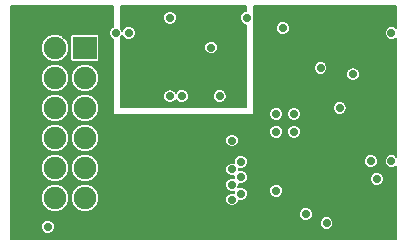
<source format=gbr>
G04 #@! TF.GenerationSoftware,KiCad,Pcbnew,5.0.2*
G04 #@! TF.CreationDate,2020-07-22T00:18:21+02:00*
G04 #@! TF.ProjectId,pmod-wifi-esp32,706d6f64-2d77-4696-9669-2d6573703332,1*
G04 #@! TF.SameCoordinates,Original*
G04 #@! TF.FileFunction,Copper,L3,Inr*
G04 #@! TF.FilePolarity,Positive*
%FSLAX46Y46*%
G04 Gerber Fmt 4.6, Leading zero omitted, Abs format (unit mm)*
G04 Created by KiCad (PCBNEW 5.0.2) date mer. 22 juil. 2020 00:18:21 CEST*
%MOMM*%
%LPD*%
G01*
G04 APERTURE LIST*
G04 #@! TA.AperFunction,ViaPad*
%ADD10R,2.000000X1.900000*%
G04 #@! TD*
G04 #@! TA.AperFunction,ViaPad*
%ADD11C,1.900000*%
G04 #@! TD*
G04 #@! TA.AperFunction,ViaPad*
%ADD12C,0.711200*%
G04 #@! TD*
G04 #@! TA.AperFunction,Conductor*
%ADD13C,0.406400*%
G04 #@! TD*
G04 #@! TA.AperFunction,Conductor*
%ADD14C,0.304800*%
G04 #@! TD*
G04 #@! TA.AperFunction,Conductor*
%ADD15C,0.203200*%
G04 #@! TD*
G04 #@! TA.AperFunction,Conductor*
%ADD16C,0.152400*%
G04 #@! TD*
G04 APERTURE END LIST*
D10*
G04 #@! TO.N,PMOD_CTS*
G04 #@! TO.C,P1*
X136040000Y-98650000D03*
D11*
G04 #@! TO.N,PMOD_TXD*
X136040000Y-101190000D03*
G04 #@! TO.N,PMOD_RXD*
X136040000Y-103730000D03*
G04 #@! TO.N,PMOD_RTS*
X136040000Y-106270000D03*
G04 #@! TO.N,GND*
X136040000Y-108810000D03*
G04 #@! TO.N,VCC*
X136040000Y-111350000D03*
G04 #@! TO.N,PMOD_IRQ*
X133500000Y-98650000D03*
G04 #@! TO.N,PMOD_RST*
X133500000Y-101190000D03*
G04 #@! TO.N,Net-(P1-Pad9)*
X133500000Y-103730000D03*
G04 #@! TO.N,Net-(P1-Pad10)*
X133500000Y-106270000D03*
G04 #@! TO.N,GND*
X133500000Y-108810000D03*
G04 #@! TO.N,VCC*
X133500000Y-111350000D03*
G04 #@! TD*
D12*
G04 #@! TO.N,GND*
X152250000Y-110750000D03*
X154750000Y-112750000D03*
X156500000Y-113500000D03*
X160750000Y-109750000D03*
X160250000Y-108260000D03*
X162000000Y-108260000D03*
X149250000Y-111000000D03*
X157610000Y-103750000D03*
X158740000Y-100900000D03*
X149750000Y-96100000D03*
X132900000Y-113800000D03*
X139750000Y-97390000D03*
X152800000Y-97000000D03*
X162000000Y-97400000D03*
X152250000Y-104250000D03*
X152250000Y-105750000D03*
X153750000Y-104250000D03*
X153750000Y-105750000D03*
G04 #@! TO.N,PMOD_CTS*
X148500000Y-108950000D03*
G04 #@! TO.N,PMOD_TXD*
X149250000Y-109600000D03*
G04 #@! TO.N,PMOD_RXD*
X148500000Y-110250000D03*
G04 #@! TO.N,PMOD_RTS*
X149250000Y-108300000D03*
X148500000Y-111500000D03*
G04 #@! TO.N,PMOD_RST*
X156000000Y-100350000D03*
X138640000Y-97390000D03*
G04 #@! TO.N,+3.3V*
X154630000Y-109370000D03*
X152900000Y-109370000D03*
X148500000Y-107630000D03*
X160260000Y-100900000D03*
X157250000Y-100350000D03*
X139750000Y-113750000D03*
X140750000Y-113740000D03*
X152800000Y-100500000D03*
X157250000Y-107500000D03*
G04 #@! TO.N,+VMEM*
X149000000Y-102750000D03*
X141750000Y-101160000D03*
G04 #@! TO.N,FL_D3*
X147450000Y-102750000D03*
X144250000Y-102750000D03*
G04 #@! TO.N,FL_D0*
X143250000Y-102760000D03*
X143250000Y-96100000D03*
G04 #@! TO.N,FL_D1*
X148500000Y-106500000D03*
X146750000Y-98630000D03*
G04 #@! TD*
D13*
G04 #@! TO.N,+3.3V*
X152900000Y-109370000D02*
X154630000Y-109370000D01*
X154630000Y-109370000D02*
X154630000Y-108540000D01*
X154630000Y-108540000D02*
X156000000Y-107170000D01*
X156000000Y-107170000D02*
X156000000Y-103000000D01*
D14*
X148500000Y-107630000D02*
X151160000Y-107630000D01*
X151160000Y-107630000D02*
X152900000Y-109370000D01*
D13*
X156000000Y-103000000D02*
X157250000Y-101750000D01*
X157250000Y-101750000D02*
X157250000Y-100350000D01*
X148500000Y-107630000D02*
X146860000Y-107630000D01*
X146860000Y-107630000D02*
X140750000Y-113740000D01*
X156000000Y-103000000D02*
X155300000Y-103000000D01*
X155300000Y-103000000D02*
X152800000Y-100500000D01*
X157250000Y-101750000D02*
X159410000Y-101750000D01*
X159410000Y-101750000D02*
X160260000Y-100900000D01*
D15*
X156000000Y-107170000D02*
X156920000Y-107170000D01*
X156920000Y-107170000D02*
X157250000Y-107500000D01*
D14*
G04 #@! TO.N,+VMEM*
X149000000Y-102750000D02*
X149000000Y-101920000D01*
X149000000Y-101920000D02*
X148240000Y-101160000D01*
X148240000Y-101160000D02*
X141750000Y-101160000D01*
G04 #@! TD*
D16*
G04 #@! TO.N,+VMEM*
G36*
X149673800Y-95515800D02*
X149633795Y-95515800D01*
X149419077Y-95604739D01*
X149254739Y-95769077D01*
X149165800Y-95983795D01*
X149165800Y-96216205D01*
X149254739Y-96430923D01*
X149419077Y-96595261D01*
X149633795Y-96684200D01*
X149673800Y-96684200D01*
X149673800Y-103673800D01*
X139076200Y-103673800D01*
X139076200Y-102643795D01*
X142665800Y-102643795D01*
X142665800Y-102876205D01*
X142754739Y-103090923D01*
X142919077Y-103255261D01*
X143133795Y-103344200D01*
X143366205Y-103344200D01*
X143580923Y-103255261D01*
X143745261Y-103090923D01*
X143752071Y-103074482D01*
X143754739Y-103080923D01*
X143919077Y-103245261D01*
X144133795Y-103334200D01*
X144366205Y-103334200D01*
X144580923Y-103245261D01*
X144745261Y-103080923D01*
X144834200Y-102866205D01*
X144834200Y-102633795D01*
X146865800Y-102633795D01*
X146865800Y-102866205D01*
X146954739Y-103080923D01*
X147119077Y-103245261D01*
X147333795Y-103334200D01*
X147566205Y-103334200D01*
X147780923Y-103245261D01*
X147945261Y-103080923D01*
X148034200Y-102866205D01*
X148034200Y-102633795D01*
X147945261Y-102419077D01*
X147780923Y-102254739D01*
X147566205Y-102165800D01*
X147333795Y-102165800D01*
X147119077Y-102254739D01*
X146954739Y-102419077D01*
X146865800Y-102633795D01*
X144834200Y-102633795D01*
X144745261Y-102419077D01*
X144580923Y-102254739D01*
X144366205Y-102165800D01*
X144133795Y-102165800D01*
X143919077Y-102254739D01*
X143754739Y-102419077D01*
X143747929Y-102435518D01*
X143745261Y-102429077D01*
X143580923Y-102264739D01*
X143366205Y-102175800D01*
X143133795Y-102175800D01*
X142919077Y-102264739D01*
X142754739Y-102429077D01*
X142665800Y-102643795D01*
X139076200Y-102643795D01*
X139076200Y-98513795D01*
X146165800Y-98513795D01*
X146165800Y-98746205D01*
X146254739Y-98960923D01*
X146419077Y-99125261D01*
X146633795Y-99214200D01*
X146866205Y-99214200D01*
X147080923Y-99125261D01*
X147245261Y-98960923D01*
X147334200Y-98746205D01*
X147334200Y-98513795D01*
X147245261Y-98299077D01*
X147080923Y-98134739D01*
X146866205Y-98045800D01*
X146633795Y-98045800D01*
X146419077Y-98134739D01*
X146254739Y-98299077D01*
X146165800Y-98513795D01*
X139076200Y-98513795D01*
X139076200Y-97779984D01*
X139135261Y-97720923D01*
X139195000Y-97576700D01*
X139254739Y-97720923D01*
X139419077Y-97885261D01*
X139633795Y-97974200D01*
X139866205Y-97974200D01*
X140080923Y-97885261D01*
X140245261Y-97720923D01*
X140334200Y-97506205D01*
X140334200Y-97273795D01*
X140245261Y-97059077D01*
X140080923Y-96894739D01*
X139866205Y-96805800D01*
X139633795Y-96805800D01*
X139419077Y-96894739D01*
X139254739Y-97059077D01*
X139195000Y-97203300D01*
X139135261Y-97059077D01*
X139076200Y-97000016D01*
X139076200Y-95983795D01*
X142665800Y-95983795D01*
X142665800Y-96216205D01*
X142754739Y-96430923D01*
X142919077Y-96595261D01*
X143133795Y-96684200D01*
X143366205Y-96684200D01*
X143580923Y-96595261D01*
X143745261Y-96430923D01*
X143834200Y-96216205D01*
X143834200Y-95983795D01*
X143745261Y-95769077D01*
X143580923Y-95604739D01*
X143366205Y-95515800D01*
X143133795Y-95515800D01*
X142919077Y-95604739D01*
X142754739Y-95769077D01*
X142665800Y-95983795D01*
X139076200Y-95983795D01*
X139076200Y-95143600D01*
X149673800Y-95143600D01*
X149673800Y-95515800D01*
X149673800Y-95515800D01*
G37*
X149673800Y-95515800D02*
X149633795Y-95515800D01*
X149419077Y-95604739D01*
X149254739Y-95769077D01*
X149165800Y-95983795D01*
X149165800Y-96216205D01*
X149254739Y-96430923D01*
X149419077Y-96595261D01*
X149633795Y-96684200D01*
X149673800Y-96684200D01*
X149673800Y-103673800D01*
X139076200Y-103673800D01*
X139076200Y-102643795D01*
X142665800Y-102643795D01*
X142665800Y-102876205D01*
X142754739Y-103090923D01*
X142919077Y-103255261D01*
X143133795Y-103344200D01*
X143366205Y-103344200D01*
X143580923Y-103255261D01*
X143745261Y-103090923D01*
X143752071Y-103074482D01*
X143754739Y-103080923D01*
X143919077Y-103245261D01*
X144133795Y-103334200D01*
X144366205Y-103334200D01*
X144580923Y-103245261D01*
X144745261Y-103080923D01*
X144834200Y-102866205D01*
X144834200Y-102633795D01*
X146865800Y-102633795D01*
X146865800Y-102866205D01*
X146954739Y-103080923D01*
X147119077Y-103245261D01*
X147333795Y-103334200D01*
X147566205Y-103334200D01*
X147780923Y-103245261D01*
X147945261Y-103080923D01*
X148034200Y-102866205D01*
X148034200Y-102633795D01*
X147945261Y-102419077D01*
X147780923Y-102254739D01*
X147566205Y-102165800D01*
X147333795Y-102165800D01*
X147119077Y-102254739D01*
X146954739Y-102419077D01*
X146865800Y-102633795D01*
X144834200Y-102633795D01*
X144745261Y-102419077D01*
X144580923Y-102254739D01*
X144366205Y-102165800D01*
X144133795Y-102165800D01*
X143919077Y-102254739D01*
X143754739Y-102419077D01*
X143747929Y-102435518D01*
X143745261Y-102429077D01*
X143580923Y-102264739D01*
X143366205Y-102175800D01*
X143133795Y-102175800D01*
X142919077Y-102264739D01*
X142754739Y-102429077D01*
X142665800Y-102643795D01*
X139076200Y-102643795D01*
X139076200Y-98513795D01*
X146165800Y-98513795D01*
X146165800Y-98746205D01*
X146254739Y-98960923D01*
X146419077Y-99125261D01*
X146633795Y-99214200D01*
X146866205Y-99214200D01*
X147080923Y-99125261D01*
X147245261Y-98960923D01*
X147334200Y-98746205D01*
X147334200Y-98513795D01*
X147245261Y-98299077D01*
X147080923Y-98134739D01*
X146866205Y-98045800D01*
X146633795Y-98045800D01*
X146419077Y-98134739D01*
X146254739Y-98299077D01*
X146165800Y-98513795D01*
X139076200Y-98513795D01*
X139076200Y-97779984D01*
X139135261Y-97720923D01*
X139195000Y-97576700D01*
X139254739Y-97720923D01*
X139419077Y-97885261D01*
X139633795Y-97974200D01*
X139866205Y-97974200D01*
X140080923Y-97885261D01*
X140245261Y-97720923D01*
X140334200Y-97506205D01*
X140334200Y-97273795D01*
X140245261Y-97059077D01*
X140080923Y-96894739D01*
X139866205Y-96805800D01*
X139633795Y-96805800D01*
X139419077Y-96894739D01*
X139254739Y-97059077D01*
X139195000Y-97203300D01*
X139135261Y-97059077D01*
X139076200Y-97000016D01*
X139076200Y-95983795D01*
X142665800Y-95983795D01*
X142665800Y-96216205D01*
X142754739Y-96430923D01*
X142919077Y-96595261D01*
X143133795Y-96684200D01*
X143366205Y-96684200D01*
X143580923Y-96595261D01*
X143745261Y-96430923D01*
X143834200Y-96216205D01*
X143834200Y-95983795D01*
X143745261Y-95769077D01*
X143580923Y-95604739D01*
X143366205Y-95515800D01*
X143133795Y-95515800D01*
X142919077Y-95604739D01*
X142754739Y-95769077D01*
X142665800Y-95983795D01*
X139076200Y-95983795D01*
X139076200Y-95143600D01*
X149673800Y-95143600D01*
X149673800Y-95515800D01*
G04 #@! TO.N,+3.3V*
G36*
X138423800Y-96847219D02*
X138309077Y-96894739D01*
X138144739Y-97059077D01*
X138055800Y-97273795D01*
X138055800Y-97506205D01*
X138144739Y-97720923D01*
X138309077Y-97885261D01*
X138423800Y-97932781D01*
X138423800Y-104250000D01*
X138429600Y-104279160D01*
X138446118Y-104303882D01*
X138470840Y-104320400D01*
X138500000Y-104326200D01*
X150250000Y-104326200D01*
X150279160Y-104320400D01*
X150303882Y-104303882D01*
X150320400Y-104279160D01*
X150326200Y-104250000D01*
X150326200Y-104133795D01*
X151665800Y-104133795D01*
X151665800Y-104366205D01*
X151754739Y-104580923D01*
X151919077Y-104745261D01*
X152133795Y-104834200D01*
X152366205Y-104834200D01*
X152580923Y-104745261D01*
X152745261Y-104580923D01*
X152834200Y-104366205D01*
X152834200Y-104133795D01*
X153165800Y-104133795D01*
X153165800Y-104366205D01*
X153254739Y-104580923D01*
X153419077Y-104745261D01*
X153633795Y-104834200D01*
X153866205Y-104834200D01*
X154080923Y-104745261D01*
X154245261Y-104580923D01*
X154334200Y-104366205D01*
X154334200Y-104133795D01*
X154245261Y-103919077D01*
X154080923Y-103754739D01*
X153866205Y-103665800D01*
X153633795Y-103665800D01*
X153419077Y-103754739D01*
X153254739Y-103919077D01*
X153165800Y-104133795D01*
X152834200Y-104133795D01*
X152745261Y-103919077D01*
X152580923Y-103754739D01*
X152366205Y-103665800D01*
X152133795Y-103665800D01*
X151919077Y-103754739D01*
X151754739Y-103919077D01*
X151665800Y-104133795D01*
X150326200Y-104133795D01*
X150326200Y-103633795D01*
X157025800Y-103633795D01*
X157025800Y-103866205D01*
X157114739Y-104080923D01*
X157279077Y-104245261D01*
X157493795Y-104334200D01*
X157726205Y-104334200D01*
X157940923Y-104245261D01*
X158105261Y-104080923D01*
X158194200Y-103866205D01*
X158194200Y-103633795D01*
X158105261Y-103419077D01*
X157940923Y-103254739D01*
X157726205Y-103165800D01*
X157493795Y-103165800D01*
X157279077Y-103254739D01*
X157114739Y-103419077D01*
X157025800Y-103633795D01*
X150326200Y-103633795D01*
X150326200Y-100233795D01*
X155415800Y-100233795D01*
X155415800Y-100466205D01*
X155504739Y-100680923D01*
X155669077Y-100845261D01*
X155883795Y-100934200D01*
X156116205Y-100934200D01*
X156330923Y-100845261D01*
X156392389Y-100783795D01*
X158155800Y-100783795D01*
X158155800Y-101016205D01*
X158244739Y-101230923D01*
X158409077Y-101395261D01*
X158623795Y-101484200D01*
X158856205Y-101484200D01*
X159070923Y-101395261D01*
X159235261Y-101230923D01*
X159324200Y-101016205D01*
X159324200Y-100783795D01*
X159235261Y-100569077D01*
X159070923Y-100404739D01*
X158856205Y-100315800D01*
X158623795Y-100315800D01*
X158409077Y-100404739D01*
X158244739Y-100569077D01*
X158155800Y-100783795D01*
X156392389Y-100783795D01*
X156495261Y-100680923D01*
X156584200Y-100466205D01*
X156584200Y-100233795D01*
X156495261Y-100019077D01*
X156330923Y-99854739D01*
X156116205Y-99765800D01*
X155883795Y-99765800D01*
X155669077Y-99854739D01*
X155504739Y-100019077D01*
X155415800Y-100233795D01*
X150326200Y-100233795D01*
X150326200Y-96883795D01*
X152215800Y-96883795D01*
X152215800Y-97116205D01*
X152304739Y-97330923D01*
X152469077Y-97495261D01*
X152683795Y-97584200D01*
X152916205Y-97584200D01*
X153130923Y-97495261D01*
X153295261Y-97330923D01*
X153384200Y-97116205D01*
X153384200Y-96883795D01*
X153295261Y-96669077D01*
X153130923Y-96504739D01*
X152916205Y-96415800D01*
X152683795Y-96415800D01*
X152469077Y-96504739D01*
X152304739Y-96669077D01*
X152215800Y-96883795D01*
X150326200Y-96883795D01*
X150326200Y-96235519D01*
X150334200Y-96216205D01*
X150334200Y-95983795D01*
X150326200Y-95964481D01*
X150326200Y-95143600D01*
X162423800Y-95143600D01*
X162423800Y-96997616D01*
X162330923Y-96904739D01*
X162116205Y-96815800D01*
X161883795Y-96815800D01*
X161669077Y-96904739D01*
X161504739Y-97069077D01*
X161415800Y-97283795D01*
X161415800Y-97516205D01*
X161504739Y-97730923D01*
X161669077Y-97895261D01*
X161883795Y-97984200D01*
X162116205Y-97984200D01*
X162330923Y-97895261D01*
X162423800Y-97802384D01*
X162423800Y-107857616D01*
X162330923Y-107764739D01*
X162116205Y-107675800D01*
X161883795Y-107675800D01*
X161669077Y-107764739D01*
X161504739Y-107929077D01*
X161415800Y-108143795D01*
X161415800Y-108376205D01*
X161504739Y-108590923D01*
X161669077Y-108755261D01*
X161883795Y-108844200D01*
X162116205Y-108844200D01*
X162330923Y-108755261D01*
X162423800Y-108662384D01*
X162423800Y-114856400D01*
X129753600Y-114856400D01*
X129753600Y-113683795D01*
X132315800Y-113683795D01*
X132315800Y-113916205D01*
X132404739Y-114130923D01*
X132569077Y-114295261D01*
X132783795Y-114384200D01*
X133016205Y-114384200D01*
X133230923Y-114295261D01*
X133395261Y-114130923D01*
X133484200Y-113916205D01*
X133484200Y-113683795D01*
X133395261Y-113469077D01*
X133309979Y-113383795D01*
X155915800Y-113383795D01*
X155915800Y-113616205D01*
X156004739Y-113830923D01*
X156169077Y-113995261D01*
X156383795Y-114084200D01*
X156616205Y-114084200D01*
X156830923Y-113995261D01*
X156995261Y-113830923D01*
X157084200Y-113616205D01*
X157084200Y-113383795D01*
X156995261Y-113169077D01*
X156830923Y-113004739D01*
X156616205Y-112915800D01*
X156383795Y-112915800D01*
X156169077Y-113004739D01*
X156004739Y-113169077D01*
X155915800Y-113383795D01*
X133309979Y-113383795D01*
X133230923Y-113304739D01*
X133016205Y-113215800D01*
X132783795Y-113215800D01*
X132569077Y-113304739D01*
X132404739Y-113469077D01*
X132315800Y-113683795D01*
X129753600Y-113683795D01*
X129753600Y-112633795D01*
X154165800Y-112633795D01*
X154165800Y-112866205D01*
X154254739Y-113080923D01*
X154419077Y-113245261D01*
X154633795Y-113334200D01*
X154866205Y-113334200D01*
X155080923Y-113245261D01*
X155245261Y-113080923D01*
X155334200Y-112866205D01*
X155334200Y-112633795D01*
X155245261Y-112419077D01*
X155080923Y-112254739D01*
X154866205Y-112165800D01*
X154633795Y-112165800D01*
X154419077Y-112254739D01*
X154254739Y-112419077D01*
X154165800Y-112633795D01*
X129753600Y-112633795D01*
X129753600Y-111115562D01*
X132321400Y-111115562D01*
X132321400Y-111584438D01*
X132500831Y-112017623D01*
X132832377Y-112349169D01*
X133265562Y-112528600D01*
X133734438Y-112528600D01*
X134167623Y-112349169D01*
X134499169Y-112017623D01*
X134678600Y-111584438D01*
X134678600Y-111115562D01*
X134861400Y-111115562D01*
X134861400Y-111584438D01*
X135040831Y-112017623D01*
X135372377Y-112349169D01*
X135805562Y-112528600D01*
X136274438Y-112528600D01*
X136707623Y-112349169D01*
X137039169Y-112017623D01*
X137218600Y-111584438D01*
X137218600Y-111115562D01*
X137039169Y-110682377D01*
X136707623Y-110350831D01*
X136274438Y-110171400D01*
X135805562Y-110171400D01*
X135372377Y-110350831D01*
X135040831Y-110682377D01*
X134861400Y-111115562D01*
X134678600Y-111115562D01*
X134499169Y-110682377D01*
X134167623Y-110350831D01*
X133734438Y-110171400D01*
X133265562Y-110171400D01*
X132832377Y-110350831D01*
X132500831Y-110682377D01*
X132321400Y-111115562D01*
X129753600Y-111115562D01*
X129753600Y-108575562D01*
X132321400Y-108575562D01*
X132321400Y-109044438D01*
X132500831Y-109477623D01*
X132832377Y-109809169D01*
X133265562Y-109988600D01*
X133734438Y-109988600D01*
X134167623Y-109809169D01*
X134499169Y-109477623D01*
X134678600Y-109044438D01*
X134678600Y-108575562D01*
X134861400Y-108575562D01*
X134861400Y-109044438D01*
X135040831Y-109477623D01*
X135372377Y-109809169D01*
X135805562Y-109988600D01*
X136274438Y-109988600D01*
X136707623Y-109809169D01*
X137039169Y-109477623D01*
X137218600Y-109044438D01*
X137218600Y-108833795D01*
X147915800Y-108833795D01*
X147915800Y-109066205D01*
X148004739Y-109280923D01*
X148169077Y-109445261D01*
X148383795Y-109534200D01*
X148616205Y-109534200D01*
X148665800Y-109513657D01*
X148665800Y-109686343D01*
X148616205Y-109665800D01*
X148383795Y-109665800D01*
X148169077Y-109754739D01*
X148004739Y-109919077D01*
X147915800Y-110133795D01*
X147915800Y-110366205D01*
X148004739Y-110580923D01*
X148169077Y-110745261D01*
X148383795Y-110834200D01*
X148616205Y-110834200D01*
X148700869Y-110799131D01*
X148665800Y-110883795D01*
X148665800Y-110936343D01*
X148616205Y-110915800D01*
X148383795Y-110915800D01*
X148169077Y-111004739D01*
X148004739Y-111169077D01*
X147915800Y-111383795D01*
X147915800Y-111616205D01*
X148004739Y-111830923D01*
X148169077Y-111995261D01*
X148383795Y-112084200D01*
X148616205Y-112084200D01*
X148830923Y-111995261D01*
X148995261Y-111830923D01*
X149084200Y-111616205D01*
X149084200Y-111563657D01*
X149133795Y-111584200D01*
X149366205Y-111584200D01*
X149580923Y-111495261D01*
X149745261Y-111330923D01*
X149834200Y-111116205D01*
X149834200Y-110883795D01*
X149745261Y-110669077D01*
X149709979Y-110633795D01*
X151665800Y-110633795D01*
X151665800Y-110866205D01*
X151754739Y-111080923D01*
X151919077Y-111245261D01*
X152133795Y-111334200D01*
X152366205Y-111334200D01*
X152580923Y-111245261D01*
X152745261Y-111080923D01*
X152834200Y-110866205D01*
X152834200Y-110633795D01*
X152745261Y-110419077D01*
X152580923Y-110254739D01*
X152366205Y-110165800D01*
X152133795Y-110165800D01*
X151919077Y-110254739D01*
X151754739Y-110419077D01*
X151665800Y-110633795D01*
X149709979Y-110633795D01*
X149580923Y-110504739D01*
X149366205Y-110415800D01*
X149133795Y-110415800D01*
X149049131Y-110450869D01*
X149084200Y-110366205D01*
X149084200Y-110163657D01*
X149133795Y-110184200D01*
X149366205Y-110184200D01*
X149580923Y-110095261D01*
X149745261Y-109930923D01*
X149834200Y-109716205D01*
X149834200Y-109633795D01*
X160165800Y-109633795D01*
X160165800Y-109866205D01*
X160254739Y-110080923D01*
X160419077Y-110245261D01*
X160633795Y-110334200D01*
X160866205Y-110334200D01*
X161080923Y-110245261D01*
X161245261Y-110080923D01*
X161334200Y-109866205D01*
X161334200Y-109633795D01*
X161245261Y-109419077D01*
X161080923Y-109254739D01*
X160866205Y-109165800D01*
X160633795Y-109165800D01*
X160419077Y-109254739D01*
X160254739Y-109419077D01*
X160165800Y-109633795D01*
X149834200Y-109633795D01*
X149834200Y-109483795D01*
X149745261Y-109269077D01*
X149580923Y-109104739D01*
X149366205Y-109015800D01*
X149133795Y-109015800D01*
X149084200Y-109036343D01*
X149084200Y-108863657D01*
X149133795Y-108884200D01*
X149366205Y-108884200D01*
X149580923Y-108795261D01*
X149745261Y-108630923D01*
X149834200Y-108416205D01*
X149834200Y-108183795D01*
X149817632Y-108143795D01*
X159665800Y-108143795D01*
X159665800Y-108376205D01*
X159754739Y-108590923D01*
X159919077Y-108755261D01*
X160133795Y-108844200D01*
X160366205Y-108844200D01*
X160580923Y-108755261D01*
X160745261Y-108590923D01*
X160834200Y-108376205D01*
X160834200Y-108143795D01*
X160745261Y-107929077D01*
X160580923Y-107764739D01*
X160366205Y-107675800D01*
X160133795Y-107675800D01*
X159919077Y-107764739D01*
X159754739Y-107929077D01*
X159665800Y-108143795D01*
X149817632Y-108143795D01*
X149745261Y-107969077D01*
X149580923Y-107804739D01*
X149366205Y-107715800D01*
X149133795Y-107715800D01*
X148919077Y-107804739D01*
X148754739Y-107969077D01*
X148665800Y-108183795D01*
X148665800Y-108386343D01*
X148616205Y-108365800D01*
X148383795Y-108365800D01*
X148169077Y-108454739D01*
X148004739Y-108619077D01*
X147915800Y-108833795D01*
X137218600Y-108833795D01*
X137218600Y-108575562D01*
X137039169Y-108142377D01*
X136707623Y-107810831D01*
X136274438Y-107631400D01*
X135805562Y-107631400D01*
X135372377Y-107810831D01*
X135040831Y-108142377D01*
X134861400Y-108575562D01*
X134678600Y-108575562D01*
X134499169Y-108142377D01*
X134167623Y-107810831D01*
X133734438Y-107631400D01*
X133265562Y-107631400D01*
X132832377Y-107810831D01*
X132500831Y-108142377D01*
X132321400Y-108575562D01*
X129753600Y-108575562D01*
X129753600Y-106035562D01*
X132321400Y-106035562D01*
X132321400Y-106504438D01*
X132500831Y-106937623D01*
X132832377Y-107269169D01*
X133265562Y-107448600D01*
X133734438Y-107448600D01*
X134167623Y-107269169D01*
X134499169Y-106937623D01*
X134678600Y-106504438D01*
X134678600Y-106035562D01*
X134861400Y-106035562D01*
X134861400Y-106504438D01*
X135040831Y-106937623D01*
X135372377Y-107269169D01*
X135805562Y-107448600D01*
X136274438Y-107448600D01*
X136707623Y-107269169D01*
X137039169Y-106937623D01*
X137218600Y-106504438D01*
X137218600Y-106383795D01*
X147915800Y-106383795D01*
X147915800Y-106616205D01*
X148004739Y-106830923D01*
X148169077Y-106995261D01*
X148383795Y-107084200D01*
X148616205Y-107084200D01*
X148830923Y-106995261D01*
X148995261Y-106830923D01*
X149084200Y-106616205D01*
X149084200Y-106383795D01*
X148995261Y-106169077D01*
X148830923Y-106004739D01*
X148616205Y-105915800D01*
X148383795Y-105915800D01*
X148169077Y-106004739D01*
X148004739Y-106169077D01*
X147915800Y-106383795D01*
X137218600Y-106383795D01*
X137218600Y-106035562D01*
X137052183Y-105633795D01*
X151665800Y-105633795D01*
X151665800Y-105866205D01*
X151754739Y-106080923D01*
X151919077Y-106245261D01*
X152133795Y-106334200D01*
X152366205Y-106334200D01*
X152580923Y-106245261D01*
X152745261Y-106080923D01*
X152834200Y-105866205D01*
X152834200Y-105633795D01*
X153165800Y-105633795D01*
X153165800Y-105866205D01*
X153254739Y-106080923D01*
X153419077Y-106245261D01*
X153633795Y-106334200D01*
X153866205Y-106334200D01*
X154080923Y-106245261D01*
X154245261Y-106080923D01*
X154334200Y-105866205D01*
X154334200Y-105633795D01*
X154245261Y-105419077D01*
X154080923Y-105254739D01*
X153866205Y-105165800D01*
X153633795Y-105165800D01*
X153419077Y-105254739D01*
X153254739Y-105419077D01*
X153165800Y-105633795D01*
X152834200Y-105633795D01*
X152745261Y-105419077D01*
X152580923Y-105254739D01*
X152366205Y-105165800D01*
X152133795Y-105165800D01*
X151919077Y-105254739D01*
X151754739Y-105419077D01*
X151665800Y-105633795D01*
X137052183Y-105633795D01*
X137039169Y-105602377D01*
X136707623Y-105270831D01*
X136274438Y-105091400D01*
X135805562Y-105091400D01*
X135372377Y-105270831D01*
X135040831Y-105602377D01*
X134861400Y-106035562D01*
X134678600Y-106035562D01*
X134499169Y-105602377D01*
X134167623Y-105270831D01*
X133734438Y-105091400D01*
X133265562Y-105091400D01*
X132832377Y-105270831D01*
X132500831Y-105602377D01*
X132321400Y-106035562D01*
X129753600Y-106035562D01*
X129753600Y-103495562D01*
X132321400Y-103495562D01*
X132321400Y-103964438D01*
X132500831Y-104397623D01*
X132832377Y-104729169D01*
X133265562Y-104908600D01*
X133734438Y-104908600D01*
X134167623Y-104729169D01*
X134499169Y-104397623D01*
X134678600Y-103964438D01*
X134678600Y-103495562D01*
X134861400Y-103495562D01*
X134861400Y-103964438D01*
X135040831Y-104397623D01*
X135372377Y-104729169D01*
X135805562Y-104908600D01*
X136274438Y-104908600D01*
X136707623Y-104729169D01*
X137039169Y-104397623D01*
X137218600Y-103964438D01*
X137218600Y-103495562D01*
X137039169Y-103062377D01*
X136707623Y-102730831D01*
X136274438Y-102551400D01*
X135805562Y-102551400D01*
X135372377Y-102730831D01*
X135040831Y-103062377D01*
X134861400Y-103495562D01*
X134678600Y-103495562D01*
X134499169Y-103062377D01*
X134167623Y-102730831D01*
X133734438Y-102551400D01*
X133265562Y-102551400D01*
X132832377Y-102730831D01*
X132500831Y-103062377D01*
X132321400Y-103495562D01*
X129753600Y-103495562D01*
X129753600Y-100955562D01*
X132321400Y-100955562D01*
X132321400Y-101424438D01*
X132500831Y-101857623D01*
X132832377Y-102189169D01*
X133265562Y-102368600D01*
X133734438Y-102368600D01*
X134167623Y-102189169D01*
X134499169Y-101857623D01*
X134678600Y-101424438D01*
X134678600Y-100955562D01*
X134861400Y-100955562D01*
X134861400Y-101424438D01*
X135040831Y-101857623D01*
X135372377Y-102189169D01*
X135805562Y-102368600D01*
X136274438Y-102368600D01*
X136707623Y-102189169D01*
X137039169Y-101857623D01*
X137218600Y-101424438D01*
X137218600Y-100955562D01*
X137039169Y-100522377D01*
X136707623Y-100190831D01*
X136274438Y-100011400D01*
X135805562Y-100011400D01*
X135372377Y-100190831D01*
X135040831Y-100522377D01*
X134861400Y-100955562D01*
X134678600Y-100955562D01*
X134499169Y-100522377D01*
X134167623Y-100190831D01*
X133734438Y-100011400D01*
X133265562Y-100011400D01*
X132832377Y-100190831D01*
X132500831Y-100522377D01*
X132321400Y-100955562D01*
X129753600Y-100955562D01*
X129753600Y-98415562D01*
X132321400Y-98415562D01*
X132321400Y-98884438D01*
X132500831Y-99317623D01*
X132832377Y-99649169D01*
X133265562Y-99828600D01*
X133734438Y-99828600D01*
X134167623Y-99649169D01*
X134499169Y-99317623D01*
X134678600Y-98884438D01*
X134678600Y-98415562D01*
X134499169Y-97982377D01*
X134216792Y-97700000D01*
X134806922Y-97700000D01*
X134806922Y-99600000D01*
X134824664Y-99689195D01*
X134875189Y-99764811D01*
X134950805Y-99815336D01*
X135040000Y-99833078D01*
X137040000Y-99833078D01*
X137129195Y-99815336D01*
X137204811Y-99764811D01*
X137255336Y-99689195D01*
X137273078Y-99600000D01*
X137273078Y-97700000D01*
X137255336Y-97610805D01*
X137204811Y-97535189D01*
X137129195Y-97484664D01*
X137040000Y-97466922D01*
X135040000Y-97466922D01*
X134950805Y-97484664D01*
X134875189Y-97535189D01*
X134824664Y-97610805D01*
X134806922Y-97700000D01*
X134216792Y-97700000D01*
X134167623Y-97650831D01*
X133734438Y-97471400D01*
X133265562Y-97471400D01*
X132832377Y-97650831D01*
X132500831Y-97982377D01*
X132321400Y-98415562D01*
X129753600Y-98415562D01*
X129753600Y-95143600D01*
X138423800Y-95143600D01*
X138423800Y-96847219D01*
X138423800Y-96847219D01*
G37*
X138423800Y-96847219D02*
X138309077Y-96894739D01*
X138144739Y-97059077D01*
X138055800Y-97273795D01*
X138055800Y-97506205D01*
X138144739Y-97720923D01*
X138309077Y-97885261D01*
X138423800Y-97932781D01*
X138423800Y-104250000D01*
X138429600Y-104279160D01*
X138446118Y-104303882D01*
X138470840Y-104320400D01*
X138500000Y-104326200D01*
X150250000Y-104326200D01*
X150279160Y-104320400D01*
X150303882Y-104303882D01*
X150320400Y-104279160D01*
X150326200Y-104250000D01*
X150326200Y-104133795D01*
X151665800Y-104133795D01*
X151665800Y-104366205D01*
X151754739Y-104580923D01*
X151919077Y-104745261D01*
X152133795Y-104834200D01*
X152366205Y-104834200D01*
X152580923Y-104745261D01*
X152745261Y-104580923D01*
X152834200Y-104366205D01*
X152834200Y-104133795D01*
X153165800Y-104133795D01*
X153165800Y-104366205D01*
X153254739Y-104580923D01*
X153419077Y-104745261D01*
X153633795Y-104834200D01*
X153866205Y-104834200D01*
X154080923Y-104745261D01*
X154245261Y-104580923D01*
X154334200Y-104366205D01*
X154334200Y-104133795D01*
X154245261Y-103919077D01*
X154080923Y-103754739D01*
X153866205Y-103665800D01*
X153633795Y-103665800D01*
X153419077Y-103754739D01*
X153254739Y-103919077D01*
X153165800Y-104133795D01*
X152834200Y-104133795D01*
X152745261Y-103919077D01*
X152580923Y-103754739D01*
X152366205Y-103665800D01*
X152133795Y-103665800D01*
X151919077Y-103754739D01*
X151754739Y-103919077D01*
X151665800Y-104133795D01*
X150326200Y-104133795D01*
X150326200Y-103633795D01*
X157025800Y-103633795D01*
X157025800Y-103866205D01*
X157114739Y-104080923D01*
X157279077Y-104245261D01*
X157493795Y-104334200D01*
X157726205Y-104334200D01*
X157940923Y-104245261D01*
X158105261Y-104080923D01*
X158194200Y-103866205D01*
X158194200Y-103633795D01*
X158105261Y-103419077D01*
X157940923Y-103254739D01*
X157726205Y-103165800D01*
X157493795Y-103165800D01*
X157279077Y-103254739D01*
X157114739Y-103419077D01*
X157025800Y-103633795D01*
X150326200Y-103633795D01*
X150326200Y-100233795D01*
X155415800Y-100233795D01*
X155415800Y-100466205D01*
X155504739Y-100680923D01*
X155669077Y-100845261D01*
X155883795Y-100934200D01*
X156116205Y-100934200D01*
X156330923Y-100845261D01*
X156392389Y-100783795D01*
X158155800Y-100783795D01*
X158155800Y-101016205D01*
X158244739Y-101230923D01*
X158409077Y-101395261D01*
X158623795Y-101484200D01*
X158856205Y-101484200D01*
X159070923Y-101395261D01*
X159235261Y-101230923D01*
X159324200Y-101016205D01*
X159324200Y-100783795D01*
X159235261Y-100569077D01*
X159070923Y-100404739D01*
X158856205Y-100315800D01*
X158623795Y-100315800D01*
X158409077Y-100404739D01*
X158244739Y-100569077D01*
X158155800Y-100783795D01*
X156392389Y-100783795D01*
X156495261Y-100680923D01*
X156584200Y-100466205D01*
X156584200Y-100233795D01*
X156495261Y-100019077D01*
X156330923Y-99854739D01*
X156116205Y-99765800D01*
X155883795Y-99765800D01*
X155669077Y-99854739D01*
X155504739Y-100019077D01*
X155415800Y-100233795D01*
X150326200Y-100233795D01*
X150326200Y-96883795D01*
X152215800Y-96883795D01*
X152215800Y-97116205D01*
X152304739Y-97330923D01*
X152469077Y-97495261D01*
X152683795Y-97584200D01*
X152916205Y-97584200D01*
X153130923Y-97495261D01*
X153295261Y-97330923D01*
X153384200Y-97116205D01*
X153384200Y-96883795D01*
X153295261Y-96669077D01*
X153130923Y-96504739D01*
X152916205Y-96415800D01*
X152683795Y-96415800D01*
X152469077Y-96504739D01*
X152304739Y-96669077D01*
X152215800Y-96883795D01*
X150326200Y-96883795D01*
X150326200Y-96235519D01*
X150334200Y-96216205D01*
X150334200Y-95983795D01*
X150326200Y-95964481D01*
X150326200Y-95143600D01*
X162423800Y-95143600D01*
X162423800Y-96997616D01*
X162330923Y-96904739D01*
X162116205Y-96815800D01*
X161883795Y-96815800D01*
X161669077Y-96904739D01*
X161504739Y-97069077D01*
X161415800Y-97283795D01*
X161415800Y-97516205D01*
X161504739Y-97730923D01*
X161669077Y-97895261D01*
X161883795Y-97984200D01*
X162116205Y-97984200D01*
X162330923Y-97895261D01*
X162423800Y-97802384D01*
X162423800Y-107857616D01*
X162330923Y-107764739D01*
X162116205Y-107675800D01*
X161883795Y-107675800D01*
X161669077Y-107764739D01*
X161504739Y-107929077D01*
X161415800Y-108143795D01*
X161415800Y-108376205D01*
X161504739Y-108590923D01*
X161669077Y-108755261D01*
X161883795Y-108844200D01*
X162116205Y-108844200D01*
X162330923Y-108755261D01*
X162423800Y-108662384D01*
X162423800Y-114856400D01*
X129753600Y-114856400D01*
X129753600Y-113683795D01*
X132315800Y-113683795D01*
X132315800Y-113916205D01*
X132404739Y-114130923D01*
X132569077Y-114295261D01*
X132783795Y-114384200D01*
X133016205Y-114384200D01*
X133230923Y-114295261D01*
X133395261Y-114130923D01*
X133484200Y-113916205D01*
X133484200Y-113683795D01*
X133395261Y-113469077D01*
X133309979Y-113383795D01*
X155915800Y-113383795D01*
X155915800Y-113616205D01*
X156004739Y-113830923D01*
X156169077Y-113995261D01*
X156383795Y-114084200D01*
X156616205Y-114084200D01*
X156830923Y-113995261D01*
X156995261Y-113830923D01*
X157084200Y-113616205D01*
X157084200Y-113383795D01*
X156995261Y-113169077D01*
X156830923Y-113004739D01*
X156616205Y-112915800D01*
X156383795Y-112915800D01*
X156169077Y-113004739D01*
X156004739Y-113169077D01*
X155915800Y-113383795D01*
X133309979Y-113383795D01*
X133230923Y-113304739D01*
X133016205Y-113215800D01*
X132783795Y-113215800D01*
X132569077Y-113304739D01*
X132404739Y-113469077D01*
X132315800Y-113683795D01*
X129753600Y-113683795D01*
X129753600Y-112633795D01*
X154165800Y-112633795D01*
X154165800Y-112866205D01*
X154254739Y-113080923D01*
X154419077Y-113245261D01*
X154633795Y-113334200D01*
X154866205Y-113334200D01*
X155080923Y-113245261D01*
X155245261Y-113080923D01*
X155334200Y-112866205D01*
X155334200Y-112633795D01*
X155245261Y-112419077D01*
X155080923Y-112254739D01*
X154866205Y-112165800D01*
X154633795Y-112165800D01*
X154419077Y-112254739D01*
X154254739Y-112419077D01*
X154165800Y-112633795D01*
X129753600Y-112633795D01*
X129753600Y-111115562D01*
X132321400Y-111115562D01*
X132321400Y-111584438D01*
X132500831Y-112017623D01*
X132832377Y-112349169D01*
X133265562Y-112528600D01*
X133734438Y-112528600D01*
X134167623Y-112349169D01*
X134499169Y-112017623D01*
X134678600Y-111584438D01*
X134678600Y-111115562D01*
X134861400Y-111115562D01*
X134861400Y-111584438D01*
X135040831Y-112017623D01*
X135372377Y-112349169D01*
X135805562Y-112528600D01*
X136274438Y-112528600D01*
X136707623Y-112349169D01*
X137039169Y-112017623D01*
X137218600Y-111584438D01*
X137218600Y-111115562D01*
X137039169Y-110682377D01*
X136707623Y-110350831D01*
X136274438Y-110171400D01*
X135805562Y-110171400D01*
X135372377Y-110350831D01*
X135040831Y-110682377D01*
X134861400Y-111115562D01*
X134678600Y-111115562D01*
X134499169Y-110682377D01*
X134167623Y-110350831D01*
X133734438Y-110171400D01*
X133265562Y-110171400D01*
X132832377Y-110350831D01*
X132500831Y-110682377D01*
X132321400Y-111115562D01*
X129753600Y-111115562D01*
X129753600Y-108575562D01*
X132321400Y-108575562D01*
X132321400Y-109044438D01*
X132500831Y-109477623D01*
X132832377Y-109809169D01*
X133265562Y-109988600D01*
X133734438Y-109988600D01*
X134167623Y-109809169D01*
X134499169Y-109477623D01*
X134678600Y-109044438D01*
X134678600Y-108575562D01*
X134861400Y-108575562D01*
X134861400Y-109044438D01*
X135040831Y-109477623D01*
X135372377Y-109809169D01*
X135805562Y-109988600D01*
X136274438Y-109988600D01*
X136707623Y-109809169D01*
X137039169Y-109477623D01*
X137218600Y-109044438D01*
X137218600Y-108833795D01*
X147915800Y-108833795D01*
X147915800Y-109066205D01*
X148004739Y-109280923D01*
X148169077Y-109445261D01*
X148383795Y-109534200D01*
X148616205Y-109534200D01*
X148665800Y-109513657D01*
X148665800Y-109686343D01*
X148616205Y-109665800D01*
X148383795Y-109665800D01*
X148169077Y-109754739D01*
X148004739Y-109919077D01*
X147915800Y-110133795D01*
X147915800Y-110366205D01*
X148004739Y-110580923D01*
X148169077Y-110745261D01*
X148383795Y-110834200D01*
X148616205Y-110834200D01*
X148700869Y-110799131D01*
X148665800Y-110883795D01*
X148665800Y-110936343D01*
X148616205Y-110915800D01*
X148383795Y-110915800D01*
X148169077Y-111004739D01*
X148004739Y-111169077D01*
X147915800Y-111383795D01*
X147915800Y-111616205D01*
X148004739Y-111830923D01*
X148169077Y-111995261D01*
X148383795Y-112084200D01*
X148616205Y-112084200D01*
X148830923Y-111995261D01*
X148995261Y-111830923D01*
X149084200Y-111616205D01*
X149084200Y-111563657D01*
X149133795Y-111584200D01*
X149366205Y-111584200D01*
X149580923Y-111495261D01*
X149745261Y-111330923D01*
X149834200Y-111116205D01*
X149834200Y-110883795D01*
X149745261Y-110669077D01*
X149709979Y-110633795D01*
X151665800Y-110633795D01*
X151665800Y-110866205D01*
X151754739Y-111080923D01*
X151919077Y-111245261D01*
X152133795Y-111334200D01*
X152366205Y-111334200D01*
X152580923Y-111245261D01*
X152745261Y-111080923D01*
X152834200Y-110866205D01*
X152834200Y-110633795D01*
X152745261Y-110419077D01*
X152580923Y-110254739D01*
X152366205Y-110165800D01*
X152133795Y-110165800D01*
X151919077Y-110254739D01*
X151754739Y-110419077D01*
X151665800Y-110633795D01*
X149709979Y-110633795D01*
X149580923Y-110504739D01*
X149366205Y-110415800D01*
X149133795Y-110415800D01*
X149049131Y-110450869D01*
X149084200Y-110366205D01*
X149084200Y-110163657D01*
X149133795Y-110184200D01*
X149366205Y-110184200D01*
X149580923Y-110095261D01*
X149745261Y-109930923D01*
X149834200Y-109716205D01*
X149834200Y-109633795D01*
X160165800Y-109633795D01*
X160165800Y-109866205D01*
X160254739Y-110080923D01*
X160419077Y-110245261D01*
X160633795Y-110334200D01*
X160866205Y-110334200D01*
X161080923Y-110245261D01*
X161245261Y-110080923D01*
X161334200Y-109866205D01*
X161334200Y-109633795D01*
X161245261Y-109419077D01*
X161080923Y-109254739D01*
X160866205Y-109165800D01*
X160633795Y-109165800D01*
X160419077Y-109254739D01*
X160254739Y-109419077D01*
X160165800Y-109633795D01*
X149834200Y-109633795D01*
X149834200Y-109483795D01*
X149745261Y-109269077D01*
X149580923Y-109104739D01*
X149366205Y-109015800D01*
X149133795Y-109015800D01*
X149084200Y-109036343D01*
X149084200Y-108863657D01*
X149133795Y-108884200D01*
X149366205Y-108884200D01*
X149580923Y-108795261D01*
X149745261Y-108630923D01*
X149834200Y-108416205D01*
X149834200Y-108183795D01*
X149817632Y-108143795D01*
X159665800Y-108143795D01*
X159665800Y-108376205D01*
X159754739Y-108590923D01*
X159919077Y-108755261D01*
X160133795Y-108844200D01*
X160366205Y-108844200D01*
X160580923Y-108755261D01*
X160745261Y-108590923D01*
X160834200Y-108376205D01*
X160834200Y-108143795D01*
X160745261Y-107929077D01*
X160580923Y-107764739D01*
X160366205Y-107675800D01*
X160133795Y-107675800D01*
X159919077Y-107764739D01*
X159754739Y-107929077D01*
X159665800Y-108143795D01*
X149817632Y-108143795D01*
X149745261Y-107969077D01*
X149580923Y-107804739D01*
X149366205Y-107715800D01*
X149133795Y-107715800D01*
X148919077Y-107804739D01*
X148754739Y-107969077D01*
X148665800Y-108183795D01*
X148665800Y-108386343D01*
X148616205Y-108365800D01*
X148383795Y-108365800D01*
X148169077Y-108454739D01*
X148004739Y-108619077D01*
X147915800Y-108833795D01*
X137218600Y-108833795D01*
X137218600Y-108575562D01*
X137039169Y-108142377D01*
X136707623Y-107810831D01*
X136274438Y-107631400D01*
X135805562Y-107631400D01*
X135372377Y-107810831D01*
X135040831Y-108142377D01*
X134861400Y-108575562D01*
X134678600Y-108575562D01*
X134499169Y-108142377D01*
X134167623Y-107810831D01*
X133734438Y-107631400D01*
X133265562Y-107631400D01*
X132832377Y-107810831D01*
X132500831Y-108142377D01*
X132321400Y-108575562D01*
X129753600Y-108575562D01*
X129753600Y-106035562D01*
X132321400Y-106035562D01*
X132321400Y-106504438D01*
X132500831Y-106937623D01*
X132832377Y-107269169D01*
X133265562Y-107448600D01*
X133734438Y-107448600D01*
X134167623Y-107269169D01*
X134499169Y-106937623D01*
X134678600Y-106504438D01*
X134678600Y-106035562D01*
X134861400Y-106035562D01*
X134861400Y-106504438D01*
X135040831Y-106937623D01*
X135372377Y-107269169D01*
X135805562Y-107448600D01*
X136274438Y-107448600D01*
X136707623Y-107269169D01*
X137039169Y-106937623D01*
X137218600Y-106504438D01*
X137218600Y-106383795D01*
X147915800Y-106383795D01*
X147915800Y-106616205D01*
X148004739Y-106830923D01*
X148169077Y-106995261D01*
X148383795Y-107084200D01*
X148616205Y-107084200D01*
X148830923Y-106995261D01*
X148995261Y-106830923D01*
X149084200Y-106616205D01*
X149084200Y-106383795D01*
X148995261Y-106169077D01*
X148830923Y-106004739D01*
X148616205Y-105915800D01*
X148383795Y-105915800D01*
X148169077Y-106004739D01*
X148004739Y-106169077D01*
X147915800Y-106383795D01*
X137218600Y-106383795D01*
X137218600Y-106035562D01*
X137052183Y-105633795D01*
X151665800Y-105633795D01*
X151665800Y-105866205D01*
X151754739Y-106080923D01*
X151919077Y-106245261D01*
X152133795Y-106334200D01*
X152366205Y-106334200D01*
X152580923Y-106245261D01*
X152745261Y-106080923D01*
X152834200Y-105866205D01*
X152834200Y-105633795D01*
X153165800Y-105633795D01*
X153165800Y-105866205D01*
X153254739Y-106080923D01*
X153419077Y-106245261D01*
X153633795Y-106334200D01*
X153866205Y-106334200D01*
X154080923Y-106245261D01*
X154245261Y-106080923D01*
X154334200Y-105866205D01*
X154334200Y-105633795D01*
X154245261Y-105419077D01*
X154080923Y-105254739D01*
X153866205Y-105165800D01*
X153633795Y-105165800D01*
X153419077Y-105254739D01*
X153254739Y-105419077D01*
X153165800Y-105633795D01*
X152834200Y-105633795D01*
X152745261Y-105419077D01*
X152580923Y-105254739D01*
X152366205Y-105165800D01*
X152133795Y-105165800D01*
X151919077Y-105254739D01*
X151754739Y-105419077D01*
X151665800Y-105633795D01*
X137052183Y-105633795D01*
X137039169Y-105602377D01*
X136707623Y-105270831D01*
X136274438Y-105091400D01*
X135805562Y-105091400D01*
X135372377Y-105270831D01*
X135040831Y-105602377D01*
X134861400Y-106035562D01*
X134678600Y-106035562D01*
X134499169Y-105602377D01*
X134167623Y-105270831D01*
X133734438Y-105091400D01*
X133265562Y-105091400D01*
X132832377Y-105270831D01*
X132500831Y-105602377D01*
X132321400Y-106035562D01*
X129753600Y-106035562D01*
X129753600Y-103495562D01*
X132321400Y-103495562D01*
X132321400Y-103964438D01*
X132500831Y-104397623D01*
X132832377Y-104729169D01*
X133265562Y-104908600D01*
X133734438Y-104908600D01*
X134167623Y-104729169D01*
X134499169Y-104397623D01*
X134678600Y-103964438D01*
X134678600Y-103495562D01*
X134861400Y-103495562D01*
X134861400Y-103964438D01*
X135040831Y-104397623D01*
X135372377Y-104729169D01*
X135805562Y-104908600D01*
X136274438Y-104908600D01*
X136707623Y-104729169D01*
X137039169Y-104397623D01*
X137218600Y-103964438D01*
X137218600Y-103495562D01*
X137039169Y-103062377D01*
X136707623Y-102730831D01*
X136274438Y-102551400D01*
X135805562Y-102551400D01*
X135372377Y-102730831D01*
X135040831Y-103062377D01*
X134861400Y-103495562D01*
X134678600Y-103495562D01*
X134499169Y-103062377D01*
X134167623Y-102730831D01*
X133734438Y-102551400D01*
X133265562Y-102551400D01*
X132832377Y-102730831D01*
X132500831Y-103062377D01*
X132321400Y-103495562D01*
X129753600Y-103495562D01*
X129753600Y-100955562D01*
X132321400Y-100955562D01*
X132321400Y-101424438D01*
X132500831Y-101857623D01*
X132832377Y-102189169D01*
X133265562Y-102368600D01*
X133734438Y-102368600D01*
X134167623Y-102189169D01*
X134499169Y-101857623D01*
X134678600Y-101424438D01*
X134678600Y-100955562D01*
X134861400Y-100955562D01*
X134861400Y-101424438D01*
X135040831Y-101857623D01*
X135372377Y-102189169D01*
X135805562Y-102368600D01*
X136274438Y-102368600D01*
X136707623Y-102189169D01*
X137039169Y-101857623D01*
X137218600Y-101424438D01*
X137218600Y-100955562D01*
X137039169Y-100522377D01*
X136707623Y-100190831D01*
X136274438Y-100011400D01*
X135805562Y-100011400D01*
X135372377Y-100190831D01*
X135040831Y-100522377D01*
X134861400Y-100955562D01*
X134678600Y-100955562D01*
X134499169Y-100522377D01*
X134167623Y-100190831D01*
X133734438Y-100011400D01*
X133265562Y-100011400D01*
X132832377Y-100190831D01*
X132500831Y-100522377D01*
X132321400Y-100955562D01*
X129753600Y-100955562D01*
X129753600Y-98415562D01*
X132321400Y-98415562D01*
X132321400Y-98884438D01*
X132500831Y-99317623D01*
X132832377Y-99649169D01*
X133265562Y-99828600D01*
X133734438Y-99828600D01*
X134167623Y-99649169D01*
X134499169Y-99317623D01*
X134678600Y-98884438D01*
X134678600Y-98415562D01*
X134499169Y-97982377D01*
X134216792Y-97700000D01*
X134806922Y-97700000D01*
X134806922Y-99600000D01*
X134824664Y-99689195D01*
X134875189Y-99764811D01*
X134950805Y-99815336D01*
X135040000Y-99833078D01*
X137040000Y-99833078D01*
X137129195Y-99815336D01*
X137204811Y-99764811D01*
X137255336Y-99689195D01*
X137273078Y-99600000D01*
X137273078Y-97700000D01*
X137255336Y-97610805D01*
X137204811Y-97535189D01*
X137129195Y-97484664D01*
X137040000Y-97466922D01*
X135040000Y-97466922D01*
X134950805Y-97484664D01*
X134875189Y-97535189D01*
X134824664Y-97610805D01*
X134806922Y-97700000D01*
X134216792Y-97700000D01*
X134167623Y-97650831D01*
X133734438Y-97471400D01*
X133265562Y-97471400D01*
X132832377Y-97650831D01*
X132500831Y-97982377D01*
X132321400Y-98415562D01*
X129753600Y-98415562D01*
X129753600Y-95143600D01*
X138423800Y-95143600D01*
X138423800Y-96847219D01*
G04 #@! TD*
M02*

</source>
